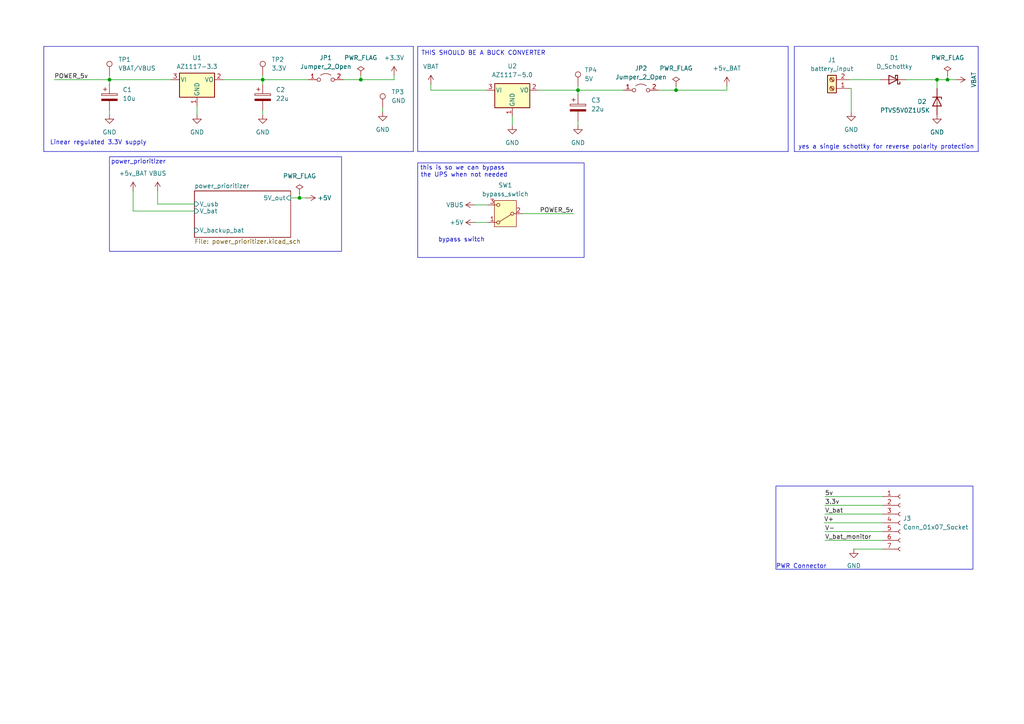
<source format=kicad_sch>
(kicad_sch (version 20231120) (generator "eeschema") (generator_version "8.0")
  (paper "A4")
  (lib_symbols
    (symbol "Connector:Conn_01x07_Socket" (pin_names (offset 1.016) hide)
      (property "Reference" "J" (at 0 10.16 0))
      (property "Value" "Conn_01x07_Socket" (at 0 -10.16 0))
      (symbol "Conn_01x07_Socket_1_1"
        (arc (start 0 -7.112) (mid -0.5058 -7.62) (end 0 -8.128) (stroke (width 0.1524)))
        (arc (start 0 -4.572) (mid -0.5058 -5.08) (end 0 -5.588) (stroke (width 0.1524)))
        (arc (start 0 -2.032) (mid -0.5058 -2.54) (end 0 -3.048) (stroke (width 0.1524)))
        (polyline (pts (xy -1.27 -7.62) (xy -0.508 -7.62)) (stroke (width 0.1524)))
        (polyline (pts (xy -1.27 -5.08) (xy -0.508 -5.08)) (stroke (width 0.1524)))
        (polyline (pts (xy -1.27 -2.54) (xy -0.508 -2.54)) (stroke (width 0.1524)))
        (polyline (pts (xy -1.27 0) (xy -0.508 0)) (stroke (width 0.1524)))
        (polyline (pts (xy -1.27 2.54) (xy -0.508 2.54)) (stroke (width 0.1524)))
        (polyline (pts (xy -1.27 5.08) (xy -0.508 5.08)) (stroke (width 0.1524)))
        (polyline (pts (xy -1.27 7.62) (xy -0.508 7.62)) (stroke (width 0.1524)))
        (arc (start 0 0.508) (mid -0.5058 0) (end 0 -0.508) (stroke (width 0.1524)))
        (arc (start 0 3.048) (mid -0.5058 2.54) (end 0 2.032) (stroke (width 0.1524)))
        (arc (start 0 5.588) (mid -0.5058 5.08) (end 0 4.572) (stroke (width 0.1524)))
        (arc (start 0 8.128) (mid -0.5058 7.62) (end 0 7.112) (stroke (width 0.1524)))
        (pin passive line (at -5.08 7.62 0) (length 3.81) (name "Pin_1") (number "1"))
        (pin passive line (at -5.08 5.08 0) (length 3.81) (name "Pin_2") (number "2"))
        (pin passive line (at -5.08 2.54 0) (length 3.81) (name "Pin_3") (number "3"))
        (pin passive line (at -5.08 0 0) (length 3.81) (name "Pin_4") (number "4"))
        (pin passive line (at -5.08 -2.54 0) (length 3.81) (name "Pin_5") (number "5"))
        (pin passive line (at -5.08 -5.08 0) (length 3.81) (name "Pin_6") (number "6"))
        (pin passive line (at -5.08 -7.62 0) (length 3.81) (name "Pin_7") (number "7"))
      )
    )
    (symbol "Connector:Screw_Terminal_01x02" (pin_names (offset 1.016) hide)
      (property "Reference" "J" (at 0 2.54 0))
      (property "Value" "Screw_Terminal_01x02" (at 0 -5.08 0))
      (symbol "Screw_Terminal_01x02_1_1"
        (rectangle (start -1.27 1.27) (end 1.27 -3.81) (stroke (width 0.254)) (fill (type background)))
        (circle (center 0 -2.54) (radius 0.635) (stroke (width 0.1524)))
        (polyline (pts (xy -0.5334 -2.2098) (xy 0.3302 -3.048)) (stroke (width 0.1524)))
        (polyline (pts (xy -0.5334 0.3302) (xy 0.3302 -0.508)) (stroke (width 0.1524)))
        (polyline (pts (xy -0.3556 -2.032) (xy 0.508 -2.8702)) (stroke (width 0.1524)))
        (polyline (pts (xy -0.3556 0.508) (xy 0.508 -0.3302)) (stroke (width 0.1524)))
        (circle (center 0 0) (radius 0.635) (stroke (width 0.1524)))
        (pin passive line (at -5.08 0 0) (length 3.81) (name "Pin_1") (number "1"))
        (pin passive line (at -5.08 -2.54 0) (length 3.81) (name "Pin_2") (number "2"))
      )
    )
    (symbol "Connector:TestPoint" (pin_numbers hide) (pin_names (offset 0.762) hide)
      (property "Reference" "TP" (at 0 6.858 0))
      (property "Value" "TestPoint" (at 0 5.08 0))
      (symbol "TestPoint_0_1"
        (circle (center 0 3.302) (radius 0.762))
      )
      (symbol "TestPoint_1_1"
        (pin passive line (at 0 0 90) (length 2.54) (name "1") (number "1"))
      )
    )
    (symbol "Device:C_Polarized" (pin_numbers hide) (pin_names (offset 0.254))
      (property "Reference" "C" (at 0.635 2.54 0))
      (property "Value" "C_Polarized" (at 0.635 -2.54 0))
      (symbol "C_Polarized_0_1"
        (rectangle (start -2.286 0.508) (end 2.286 1.016))
        (polyline (pts (xy -1.778 2.286) (xy -0.762 2.286)))
        (polyline (pts (xy -1.27 2.794) (xy -1.27 1.778)))
        (rectangle (start 2.286 -0.508) (end -2.286 -1.016) (fill (type outline)))
      )
      (symbol "C_Polarized_1_1"
        (pin passive line (at 0 3.81 270) (length 2.794) (name "~") (number "1"))
        (pin passive line (at 0 -3.81 90) (length 2.794) (name "~") (number "2"))
      )
    )
    (symbol "Device:D_Schottky" (pin_numbers hide) (pin_names (offset 1.016) hide)
      (property "Reference" "D" (at 0 2.54 0))
      (property "Value" "D_Schottky" (at 0 -2.54 0))
      (symbol "D_Schottky_0_1"
        (polyline (pts (xy 1.27 0) (xy -1.27 0)))
        (polyline (pts (xy 1.27 1.27) (xy 1.27 -1.27) (xy -1.27 0) (xy 1.27 1.27)) (stroke (width 0.254)))
        (polyline (pts (xy -1.905 0.635) (xy -1.905 1.27) (xy -1.27 1.27) (xy -1.27 -1.27) (xy -0.635 -1.27) (xy -0.635 -0.635)) (stroke (width 0.254)))
      )
      (symbol "D_Schottky_1_1"
        (pin passive line (at -3.81 0 0) (length 2.54) (name "K") (number "1"))
        (pin passive line (at 3.81 0 180) (length 2.54) (name "A") (number "2"))
      )
    )
    (symbol "Diode:PTVS5V0Z1USK" (pin_numbers hide) (pin_names hide)
      (property "Reference" "D" (at 0 2.54 0))
      (property "Value" "PTVS5V0Z1USK" (at 0 -2.54 0))
      (symbol "PTVS5V0Z1USK_0_1"
        (polyline (pts (xy 1.27 0) (xy -1.27 0)))
        (polyline (pts (xy -1.27 -1.27) (xy -1.27 1.27) (xy -0.762 1.27)) (stroke (width 0.254)))
        (polyline (pts (xy 1.27 -1.27) (xy 1.27 1.27) (xy -1.27 0) (xy 1.27 -1.27)) (stroke (width 0.254)))
      )
      (symbol "PTVS5V0Z1USK_1_1"
        (pin passive line (at -3.81 0 0) (length 2.54) (name "K") (number "1"))
        (pin passive line (at 3.81 0 180) (length 2.54) (name "A") (number "2"))
      )
    )
    (symbol "GND_1" (power) (pin_numbers hide) (pin_names (offset 0) hide)
      (property "Value" "GND" (at 0 -3.81 0))
      (symbol "GND_1_0_1"
        (polyline (pts (xy 0 0) (xy 0 -1.27) (xy 1.27 -1.27) (xy 0 -2.54) (xy -1.27 -1.27) (xy 0 -1.27)))
      )
      (symbol "GND_1_1_1"
        (pin power_in line (at 0 0 270) (length 0) (name "~") (number "1"))
      )
    )
    (symbol "Jumper:Jumper_2_Open" (pin_names (offset 0) hide)
      (property "Reference" "JP" (at 0 2.794 0))
      (property "Value" "Jumper_2_Open" (at 0 -2.286 0))
      (symbol "Jumper_2_Open_0_0"
        (circle (center -2.032 0) (radius 0.508))
        (circle (center 2.032 0) (radius 0.508))
      )
      (symbol "Jumper_2_Open_0_1"
        (arc (start 1.524 1.27) (mid 0 1.778) (end -1.524 1.27))
      )
      (symbol "Jumper_2_Open_1_1"
        (pin passive line (at -5.08 0 0) (length 2.54) (name "A") (number "1"))
        (pin passive line (at 5.08 0 180) (length 2.54) (name "B") (number "2"))
      )
    )
    (symbol "Regulator_Linear:AZ1117-3.3" (pin_names (offset 0.254))
      (property "Reference" "U" (at -3.81 3.175 0))
      (property "Value" "AZ1117-3.3" (at 0 3.175 0))
      (symbol "AZ1117-3.3_0_1"
        (rectangle (start -5.08 1.905) (end 5.08 -5.08) (stroke (width 0.254)) (fill (type background)))
      )
      (symbol "AZ1117-3.3_1_1"
        (pin power_in line (at 0 -7.62 90) (length 2.54) (name "GND") (number "1"))
        (pin power_out line (at 7.62 0 180) (length 2.54) (name "VO") (number "2"))
        (pin power_in line (at -7.62 0 0) (length 2.54) (name "VI") (number "3"))
      )
    )
    (symbol "Regulator_Linear:AZ1117-5.0" (pin_names (offset 0.254))
      (property "Reference" "U" (at -3.81 3.175 0))
      (property "Value" "AZ1117-5.0" (at 0 3.175 0))
      (symbol "AZ1117-5.0_0_1"
        (rectangle (start -5.08 1.905) (end 5.08 -5.08) (stroke (width 0.254)) (fill (type background)))
      )
      (symbol "AZ1117-5.0_1_1"
        (pin power_in line (at 0 -7.62 90) (length 2.54) (name "GND") (number "1"))
        (pin power_out line (at 7.62 0 180) (length 2.54) (name "VO") (number "2"))
        (pin power_in line (at -7.62 0 0) (length 2.54) (name "VI") (number "3"))
      )
    )
    (symbol "Switch:SW_SPDT" (pin_names (offset 0) hide)
      (property "Reference" "SW" (at 0 5.08 0))
      (property "Value" "SW_SPDT" (at 0 -5.08 0))
      (symbol "SW_SPDT_0_1"
        (circle (center -2.032 0) (radius 0.4572))
        (polyline (pts (xy -1.651 0.254) (xy 1.651 2.286)))
        (circle (center 2.032 -2.54) (radius 0.4572))
        (circle (center 2.032 2.54) (radius 0.4572))
      )
      (symbol "SW_SPDT_1_1"
        (rectangle (start -3.175 3.81) (end 3.175 -3.81) (fill (type background)))
        (pin passive line (at 5.08 2.54 180) (length 2.54) (name "A") (number "1"))
        (pin passive line (at -5.08 0 0) (length 2.54) (name "B") (number "2"))
        (pin passive line (at 5.08 -2.54 180) (length 2.54) (name "C") (number "3"))
      )
    )
    (symbol "power:+1V8" (power) (pin_numbers hide) (pin_names (offset 0) hide)
      (property "Value" "+1V8" (at 0 3.556 0))
      (symbol "+1V8_0_1"
        (polyline (pts (xy -0.762 1.27) (xy 0 2.54)))
        (polyline (pts (xy 0 0) (xy 0 2.54)))
        (polyline (pts (xy 0 2.54) (xy 0.762 1.27)))
      )
      (symbol "+1V8_1_1"
        (pin power_in line (at 0 0 90) (length 0) (name "~") (number "1"))
      )
    )
    (symbol "power:+3.3V" (power) (pin_names (offset 0))
      (property "Value" "+3.3V" (at 0 3.556 0))
      (symbol "+3.3V_0_1"
        (polyline (pts (xy -0.762 1.27) (xy 0 2.54)))
        (polyline (pts (xy 0 0) (xy 0 2.54)))
        (polyline (pts (xy 0 2.54) (xy 0.762 1.27)))
      )
      (symbol "+3.3V_1_1"
        (pin power_in line (at 0 0 90) (length 0) hide (name "+3.3V") (number "1"))
      )
    )
    (symbol "power:+5V" (power) (pin_numbers hide) (pin_names (offset 0) hide)
      (property "Value" "+5V" (at 0 3.556 0))
      (symbol "+5V_0_1"
        (polyline (pts (xy -0.762 1.27) (xy 0 2.54)))
        (polyline (pts (xy 0 0) (xy 0 2.54)))
        (polyline (pts (xy 0 2.54) (xy 0.762 1.27)))
      )
      (symbol "+5V_1_1"
        (pin power_in line (at 0 0 90) (length 0) (name "~") (number "1"))
      )
    )
    (symbol "power:GND" (power) (pin_names (offset 0))
      (property "Value" "GND" (at 0 -3.81 0))
      (symbol "GND_0_1"
        (polyline (pts (xy 0 0) (xy 0 -1.27) (xy 1.27 -1.27) (xy 0 -2.54) (xy -1.27 -1.27) (xy 0 -1.27)))
      )
      (symbol "GND_1_1"
        (pin power_in line (at 0 0 270) (length 0) hide (name "GND") (number "1"))
      )
    )
    (symbol "power:PWR_FLAG" (power) (pin_numbers hide) (pin_names (offset 0) hide)
      (property "Value" "PWR_FLAG" (at 0 3.81 0))
      (symbol "PWR_FLAG_0_0"
        (pin power_out line (at 0 0 90) (length 0) (name "pwr") (number "1"))
      )
      (symbol "PWR_FLAG_0_1"
        (polyline (pts (xy 0 0) (xy 0 1.27) (xy -1.016 1.905) (xy 0 2.54) (xy 1.016 1.905) (xy 0 1.27)))
      )
    )
    (symbol "power:VBUS" (power) (pin_names (offset 0))
      (property "Value" "VBUS" (at 0 3.81 0))
      (symbol "VBUS_0_1"
        (polyline (pts (xy -0.762 1.27) (xy 0 2.54)))
        (polyline (pts (xy 0 0) (xy 0 2.54)))
        (polyline (pts (xy 0 2.54) (xy 0.762 1.27)))
      )
      (symbol "VBUS_1_1"
        (pin power_in line (at 0 0 90) (length 0) hide (name "VBUS") (number "1"))
      )
    )
  )
  (junction (at 31.75 23.114))
  (junction (at 86.868 57.404))
  (junction (at 167.64 26.162))
  (junction (at 271.78 23.114))
  (junction (at 274.828 23.114))
  (junction (at 104.648 23.114))
  (junction (at 76.2 23.114))
  (junction (at 196.088 26.162))
  (wire (pts (xy 57.15 30.734) (xy 57.15 33.274)))
  (wire (pts (xy 274.828 21.844) (xy 274.828 23.114)))
  (wire (pts (xy 15.748 23.114) (xy 31.75 23.114)))
  (wire (pts (xy 271.78 23.114) (xy 274.828 23.114)))
  (wire (pts (xy 99.568 23.114) (xy 104.648 23.114)))
  (polyline (pts (xy 283.718 13.462) (xy 283.718 43.942)))
  (wire (pts (xy 137.668 59.436) (xy 141.478 59.436)))
  (wire (pts (xy 31.75 21.844) (xy 31.75 23.114)))
  (wire (pts (xy 256.032 154.178) (xy 239.268 154.178)))
  (polyline (pts (xy 121.158 13.462) (xy 228.6 13.462)))
  (polyline (pts (xy 230.378 13.462) (xy 230.378 43.942)))
  (polyline (pts (xy 121.158 13.462) (xy 121.158 43.942)))
  (wire (pts (xy 239.014 151.638) (xy 256.032 151.638)))
  (wire (pts (xy 148.59 33.782) (xy 148.59 36.322)))
  (wire (pts (xy 31.75 23.114) (xy 31.75 24.384)))
  (wire (pts (xy 256.032 149.098) (xy 239.268 149.098)))
  (wire (pts (xy 76.2 23.114) (xy 76.2 24.384)))
  (wire (pts (xy 246.888 25.654) (xy 246.888 32.512)))
  (wire (pts (xy 84.328 57.404) (xy 86.868 57.404)))
  (wire (pts (xy 167.64 35.052) (xy 167.64 36.322)))
  (wire (pts (xy 271.78 23.114) (xy 271.78 25.654)))
  (wire (pts (xy 246.38 23.114) (xy 255.27 23.114)))
  (wire (pts (xy 247.65 159.258) (xy 256.032 159.258)))
  (wire (pts (xy 86.868 56.134) (xy 86.868 57.404)))
  (wire (pts (xy 167.64 26.162) (xy 167.64 27.432)))
  (wire (pts (xy 76.2 23.114) (xy 89.408 23.114)))
  (polyline (pts (xy 119.888 43.942) (xy 12.7 43.942)))
  (wire (pts (xy 191.008 26.162) (xy 196.088 26.162)))
  (wire (pts (xy 156.21 26.162) (xy 167.64 26.162)))
  (wire (pts (xy 86.868 57.404) (xy 88.9 57.404)))
  (wire (pts (xy 239.268 144.018) (xy 256.032 144.018)))
  (polyline (pts (xy 283.718 43.942) (xy 230.378 43.942)))
  (wire (pts (xy 151.638 61.976) (xy 166.37 61.976)))
  (wire (pts (xy 137.668 64.516) (xy 141.478 64.516)))
  (wire (pts (xy 124.968 26.162) (xy 124.968 24.384)))
  (wire (pts (xy 274.828 23.114) (xy 277.368 23.114)))
  (wire (pts (xy 104.648 21.844) (xy 104.648 23.114)))
  (wire (pts (xy 239.268 156.718) (xy 256.032 156.718)))
  (wire (pts (xy 246.38 25.654) (xy 246.888 25.654)))
  (wire (pts (xy 196.088 24.892) (xy 196.088 26.162)))
  (polyline (pts (xy 283.718 13.462) (xy 230.378 13.462)))
  (wire (pts (xy 45.72 59.182) (xy 45.72 55.372)))
  (wire (pts (xy 38.608 55.372) (xy 38.608 61.214)))
  (wire (pts (xy 64.77 23.114) (xy 76.2 23.114)))
  (wire (pts (xy 167.64 26.162) (xy 180.848 26.162)))
  (wire (pts (xy 256.032 146.558) (xy 239.268 146.558)))
  (polyline (pts (xy 12.7 13.462) (xy 12.7 43.942)))
  (wire (pts (xy 76.2 21.844) (xy 76.2 23.114)))
  (polyline (pts (xy 228.6 13.462) (xy 228.6 43.942)))
  (wire (pts (xy 196.088 26.162) (xy 210.82 26.162)))
  (wire (pts (xy 262.89 23.114) (xy 271.78 23.114)))
  (polyline (pts (xy 12.7 13.462) (xy 119.888 13.462)))
  (wire (pts (xy 56.388 59.182) (xy 45.72 59.182)))
  (wire (pts (xy 210.82 24.892) (xy 210.82 26.162)))
  (wire (pts (xy 140.97 26.162) (xy 124.968 26.162)))
  (polyline (pts (xy 119.888 13.462) (xy 119.888 43.942)))
  (wire (pts (xy 76.2 32.004) (xy 76.2 33.274)))
  (wire (pts (xy 167.64 24.892) (xy 167.64 26.162)))
  (polyline (pts (xy 228.6 43.942) (xy 121.158 43.942)))
  (wire (pts (xy 38.608 61.214) (xy 56.388 61.214)))
  (wire (pts (xy 31.75 32.004) (xy 31.75 33.274)))
  (wire (pts (xy 110.998 31.242) (xy 110.998 32.512)))
  (wire (pts (xy 31.75 23.114) (xy 49.53 23.114)))
  (wire (pts (xy 114.3 21.844) (xy 114.3 23.114)))
  (wire (pts (xy 104.648 23.114) (xy 114.3 23.114)))
  (rectangle (start 31.75 45.466) (end 99.06 72.898))
  (rectangle (start 225.044 140.97) (end 282.194 165.1))
  (rectangle (start 121.158 47.244) (end 169.418 74.676))
  (text_box "might want to look in to having differnt analog and digital voltages\n\nv_bat_monitor needs to ranges form 3.3v max capactiy to what ever you set in code for min capactiy" (at 297.18 134.366 0) (size 49.022 50.038) (effects (font (size 1.27 1.27)) (justify left top)))
  (text "yes a single schottky for reverse polarity protection" (at 257.048 42.672 0) (effects (font (size 1.27 1.27))))
  (text "bypass switch\n" (at 133.858 69.596 0) (effects (font (size 1.27 1.27))))
  (text "this is so we can bypass \nthe UPS when not needed\n" (at 134.62 49.784 0) (effects (font (size 1.27 1.27))))
  (text "PWR Connector" (at 232.41 164.338 0) (effects (font (size 1.27 1.27))))
  (text "power_prioritizer" (at 40.132 46.99 0) (effects (font (size 1.27 1.27))))
  (text "Linear regulated 3.3V supply\n" (at 14.478 42.164 0) (effects (font (size 1.27 1.27)) (justify left bottom)))
  (text "THIS SHOULD BE A BUCK CONVERTER\n" (at 140.208 15.494 0) (effects (font (size 1.27 1.27))))
  (label "POWER_5v" (at 166.37 61.976 180))
  (label "V-" (at 239.268 154.178 0))
  (label "POWER_5v" (at 15.748 23.114 0))
  (label "V_bat" (at 239.268 149.098 0))
  (label "3.3v" (at 239.268 146.558 0))
  (label "5v" (at 239.268 144.018 0))
  (label "V_bat_monitor" (at 239.268 156.718 0))
  (label "V+" (at 239.014 151.638 0))
  (symbol (lib_id "Connector:Conn_01x07_Socket") (at 261.112 151.638 0) (unit 1)
    (property "Reference" "J3" (at 261.874 150.3679 0) (effects (justify left)))
    (property "Value" "Conn_01x07_Socket" (at 261.874 152.9079 0) (effects (justify left)))
    (property "Description" "Generic connector, single row, 01x07, script generated" (effects (hide yes)))
  )
  (symbol (lib_id "power:GND") (at 110.998 32.512 0) (unit 1)
    (property "Reference" "#PWR07" (effects (hide yes)))
    (property "Value" "GND" (at 110.998 37.592 0))
  )
  (symbol (lib_id "power:+1V8") (at 124.968 24.384 0) (unit 1)
    (property "Reference" "#PWR09" (effects (hide yes)))
    (property "Value" "VBAT" (at 124.968 19.304 0))
    (property "Description" "Power symbol creates a global label with name \"+1V8\"" (effects (hide yes)))
  )
  (symbol (lib_id "Device:D_Schottky") (at 259.08 23.114 180) (unit 1)
    (property "Reference" "D1" (at 259.3975 16.764 0))
    (property "Value" "D_Schottky" (at 259.3975 19.304 0))
    (property "Footprint" "Diode_SMD:D_0805_2012Metric_Pad1.15x1.40mm_HandSolder" (effects (hide yes)))
  )
  (symbol (lib_id "Device:C_Polarized") (at 31.75 28.194 0) (unit 1)
    (property "Reference" "C1" (at 35.56 26.035 0) (effects (justify left)))
    (property "Value" "10u" (at 35.56 28.575 0) (effects (justify left)))
    (property "Footprint" "Capacitor_SMD:C_0805_2012Metric" (effects (hide yes)))
  )
  (symbol (lib_id "Device:C_Polarized") (at 167.64 31.242 0) (unit 1)
    (property "Reference" "C3" (at 171.45 29.083 0) (effects (justify left)))
    (property "Value" "22u" (at 171.45 31.623 0) (effects (justify left)))
    (property "Footprint" "Capacitor_SMD:C_0805_2012Metric" (effects (hide yes)))
  )
  (symbol (lib_id "power:GND") (at 167.64 36.322 0) (unit 1)
    (property "Reference" "#PWR013" (effects (hide yes)))
    (property "Value" "GND" (at 167.64 41.402 0))
  )
  (symbol (lib_id "power:+1V8") (at 210.82 24.892 0) (unit 1)
    (property "Reference" "#PWR014" (effects (hide yes)))
    (property "Value" "+5v_BAT" (at 210.82 19.812 0))
    (property "Description" "Power symbol creates a global label with name \"+1V8\"" (effects (hide yes)))
  )
  (symbol (lib_id "power:GND") (at 31.75 33.274 0) (unit 1)
    (property "Reference" "#PWR01" (effects (hide yes)))
    (property "Value" "GND" (at 31.75 38.354 0))
  )
  (symbol (lib_id "Jumper:Jumper_2_Open") (at 185.928 26.162 0) (unit 1)
    (property "Reference" "JP2" (at 185.928 19.812 0))
    (property "Value" "Jumper_2_Open" (at 185.928 22.352 0))
    (property "Description" "Jumper, 2-pole, open" (effects (hide yes)))
  )
  (symbol (lib_id "Jumper:Jumper_2_Open") (at 94.488 23.114 0) (unit 1)
    (property "Reference" "JP1" (at 94.488 16.764 0))
    (property "Value" "Jumper_2_Open" (at 94.488 19.304 0))
    (property "Description" "Jumper, 2-pole, open" (effects (hide yes)))
  )
  (symbol (lib_id "Connector:TestPoint") (at 167.64 24.892 0) (unit 1)
    (property "Reference" "TP4" (at 169.545 20.3199 0) (effects (justify left)))
    (property "Value" "5V" (at 169.545 22.8599 0) (effects (justify left)))
    (property "Footprint" "TestPoint:TestPoint_Pad_D1.5mm" (effects (hide yes)))
  )
  (symbol (lib_id "Connector:Screw_Terminal_01x02") (at 241.3 25.654 180) (unit 1)
    (property "Reference" "J1" (at 241.3 17.399 0))
    (property "Value" "battery_input" (at 241.3 19.939 0))
    (property "Description" "Generic screw terminal, single row, 01x02, script generated (kicad-library-utils/schlib/autogen/connector/)" (effects (hide yes)))
  )
  (symbol (lib_id "power:+1V8") (at 38.608 55.372 0) (unit 1)
    (property "Reference" "#PWR02" (effects (hide yes)))
    (property "Value" "+5v_BAT" (at 38.608 50.292 0))
    (property "Description" "Power symbol creates a global label with name \"+1V8\"" (effects (hide yes)))
  )
  (symbol (lib_id "power:PWR_FLAG") (at 86.868 56.134 0) (unit 1)
    (property "Reference" "#FLG01" (effects (hide yes)))
    (property "Value" "PWR_FLAG" (at 86.868 51.054 0))
  )
  (symbol (lib_id "power:GND") (at 76.2 33.274 0) (unit 1)
    (property "Reference" "#PWR05" (effects (hide yes)))
    (property "Value" "GND" (at 76.2 38.354 0))
  )
  (symbol (lib_id "Switch:SW_SPDT") (at 146.558 61.976 180) (unit 1)
    (property "Reference" "SW1" (at 146.558 53.721 0))
    (property "Value" "bypass_swtich" (at 146.558 56.261 0))
    (property "Description" "Switch, single pole double throw" (effects (hide yes)))
  )
  (symbol (lib_id "power:GND") (at 246.888 32.512 0) (unit 1)
    (property "Reference" "#PWR015" (effects (hide yes)))
    (property "Value" "GND" (at 246.888 37.592 0))
  )
  (symbol (lib_id "power:VBUS") (at 137.668 59.436 90) (unit 1)
    (property "Reference" "#PWR010" (effects (hide yes)))
    (property "Value" "VBUS" (at 134.493 59.4359 90) (effects (justify left)))
  )
  (symbol (lib_id "Diode:PTVS5V0Z1USK") (at 271.78 29.464 270) (unit 1)
    (property "Reference" "D2" (at 266.065 29.464 90) (effects (justify left)))
    (property "Value" "PTVS5V0Z1USK" (at 255.27 32.004 90) (effects (justify left)))
    (property "Footprint" "Diode_SMD:Nexperia_DSN1608-2_1.6x0.8mm" (effects (hide yes)))
    (property "Datasheet" "https://assets.nexperia.com/documents/data-sheet/PTVS5V0Z1USK.pdf" (effects (hide yes)))
    (property "Description" "5V, 1200W TVS unidirectional diode, DSN1608-2" (effects (hide yes)))
  )
  (symbol (lib_id "power:PWR_FLAG") (at 104.648 21.844 0) (unit 1)
    (property "Reference" "#FLG02" (effects (hide yes)))
    (property "Value" "PWR_FLAG" (at 104.648 16.764 0))
  )
  (symbol (lib_id "power:+5V") (at 88.9 57.404 270) (unit 1)
    (property "Reference" "#PWR06" (effects (hide yes)))
    (property "Value" "+5V" (at 92.075 57.4039 90) (effects (justify left)))
    (property "Description" "Power symbol creates a global label with name \"+5V\"" (effects (hide yes)))
  )
  (symbol (lib_id "Regulator_Linear:AZ1117-5.0") (at 148.59 26.162 0) (unit 1)
    (property "Reference" "U2" (at 148.59 19.177 0))
    (property "Value" "AZ1117-5.0" (at 148.59 21.717 0))
    (property "Footprint" "Package_TO_SOT_SMD:SOT-223" (effects (hide yes)))
    (property "Datasheet" "https://www.diodes.com/assets/Datasheets/AZ1117.pdf" (effects (hide yes)))
    (property "Description" "1A 20V Fixed LDO Linear Regulator, 5.0V, SOT-89/SOT-223/TO-220/TO-252/TO-263" (effects (hide yes)))
  )
  (symbol (lib_id "power:+5V") (at 137.668 64.516 90) (unit 1)
    (property "Reference" "#PWR011" (effects (hide yes)))
    (property "Value" "+5V" (at 134.493 64.5159 90) (effects (justify left)))
    (property "Description" "Power symbol creates a global label with name \"+5V\"" (effects (hide yes)))
  )
  (symbol (lib_id "Device:C_Polarized") (at 76.2 28.194 0) (unit 1)
    (property "Reference" "C2" (at 80.01 26.035 0) (effects (justify left)))
    (property "Value" "22u" (at 80.01 28.575 0) (effects (justify left)))
    (property "Footprint" "Capacitor_SMD:C_0805_2012Metric" (effects (hide yes)))
  )
  (symbol (lib_id "power:PWR_FLAG") (at 196.088 24.892 0) (unit 1)
    (property "Reference" "#FLG03" (effects (hide yes)))
    (property "Value" "PWR_FLAG" (at 196.088 19.812 0))
  )
  (symbol (lib_id "Connector:TestPoint") (at 76.2 21.844 0) (unit 1)
    (property "Reference" "TP2" (at 78.74 17.272 0) (effects (justify left)))
    (property "Value" "3.3V" (at 78.74 19.812 0) (effects (justify left)))
    (property "Footprint" "TestPoint:TestPoint_Pad_D1.5mm" (effects (hide yes)))
  )
  (symbol (lib_id "power:GND") (at 271.78 33.274 0) (unit 1)
    (property "Reference" "#PWR016" (effects (hide yes)))
    (property "Value" "GND" (at 271.78 38.354 0))
  )
  (symbol (lib_id "power:PWR_FLAG") (at 274.828 21.844 0) (unit 1)
    (property "Reference" "#FLG04" (effects (hide yes)))
    (property "Value" "PWR_FLAG" (at 274.828 16.764 0))
  )
  (symbol (lib_id "Connector:TestPoint") (at 31.75 21.844 0) (unit 1)
    (property "Reference" "TP1" (at 34.29 17.2719 0) (effects (justify left)))
    (property "Value" "VBAT/VBUS" (at 34.29 19.8119 0) (effects (justify left)))
    (property "Footprint" "TestPoint:TestPoint_Pad_D1.5mm" (effects (hide yes)))
  )
  (symbol (lib_id "power:GND") (at 57.15 33.274 0) (unit 1)
    (property "Reference" "#PWR04" (effects (hide yes)))
    (property "Value" "GND" (at 57.15 38.354 0))
  )
  (symbol (lib_id "power:VBUS") (at 45.72 55.372 0) (unit 1)
    (property "Reference" "#PWR03" (effects (hide yes)))
    (property "Value" "VBUS" (at 45.72 50.292 0))
  )
  (symbol (lib_id "Connector:TestPoint") (at 110.998 31.242 0) (unit 1)
    (property "Reference" "TP3" (at 113.538 26.67 0) (effects (justify left)))
    (property "Value" "GND" (at 113.538 29.21 0) (effects (justify left)))
    (property "Footprint" "TestPoint:TestPoint_Pad_D1.5mm" (effects (hide yes)))
  )
  (symbol (lib_id "Regulator_Linear:AZ1117-3.3") (at 57.15 23.114 0) (unit 1)
    (property "Reference" "U1" (at 57.15 16.764 0))
    (property "Value" "AZ1117-3.3" (at 57.15 19.304 0))
    (property "Footprint" "Package_TO_SOT_SMD:SOT-223" (effects (hide yes)))
    (property "Datasheet" "https://www.diodes.com/assets/Datasheets/AZ1117.pdf" (effects (hide yes)))
  )
  (symbol (lib_id "power:GND") (at 148.59 36.322 0) (unit 1)
    (property "Reference" "#PWR012" (effects (hide yes)))
    (property "Value" "GND" (at 148.59 41.402 0))
  )
  (symbol (lib_id "power:+3.3V") (at 114.3 21.844 0) (unit 1)
    (property "Reference" "#PWR08" (effects (hide yes)))
    (property "Value" "+3.3V" (at 114.3 16.764 0))
  )
  (symbol (lib_name "GND_1") (lib_id "power:GND") (at 247.65 159.258 0) (unit 1)
    (property "Reference" "#PWR030" (effects (hide yes)))
    (property "Value" "GND" (at 247.65 164.084 0))
    (property "Description" "Power symbol creates a global label with name \"GND\" , ground" (effects (hide yes)))
  )
  (symbol (lib_id "power:+1V8") (at 277.368 23.114 270) (unit 1)
    (property "Reference" "#PWR017" (effects (hide yes)))
    (property "Value" "VBAT" (at 282.448 23.114 0))
    (property "Description" "Power symbol creates a global label with name \"+1V8\"" (effects (hide yes)))
  )
  (sheet (at 56.388 55.372) (size 27.94 13.462) (stroke (width 0.1524))
    (property "Sheetname" "power_prioritizer" (at 56.388 54.6604 0) (effects (justify left bottom)))
    (property "Sheetfile" "power_prioritizer.kicad_sch" (at 56.388 69.2916 0) (effects (justify left top)))
    (pin "V_backup_bat" input (at 56.388 66.802 180))
    (pin "V_usb" input (at 56.388 59.182 180))
    (pin "V_bat" input (at 56.388 61.214 180))
    (pin "5V_out" input (at 84.328 57.404 0))
  )
)
</source>
